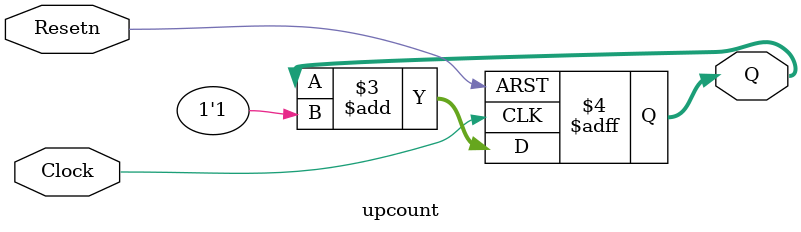
<source format=v>
module upcount (Resetn, Clock, Q);
	input Resetn, Clock;
	output reg [4:0]Q;
	
	always@(posedge Clock, negedge Resetn)
		if(!Resetn)
			Q <= 5'b00000;
		else
			Q <= Q + 1'b1;

endmodule

</source>
